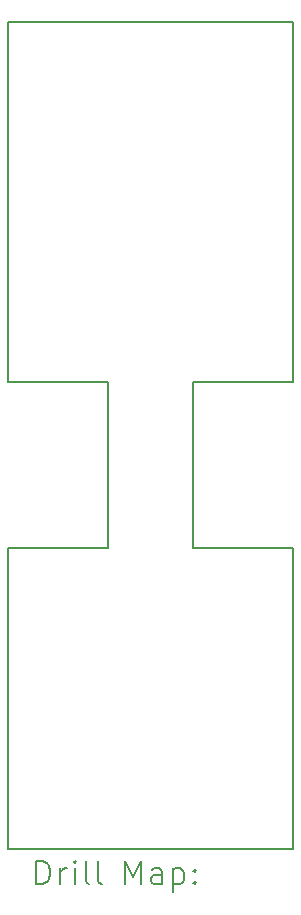
<source format=gbr>
%TF.GenerationSoftware,KiCad,Pcbnew,(7.0.0)*%
%TF.CreationDate,2023-07-04T16:48:48+02:00*%
%TF.ProjectId,attiny85_remote,61747469-6e79-4383-955f-72656d6f7465,rev?*%
%TF.SameCoordinates,Original*%
%TF.FileFunction,Drillmap*%
%TF.FilePolarity,Positive*%
%FSLAX45Y45*%
G04 Gerber Fmt 4.5, Leading zero omitted, Abs format (unit mm)*
G04 Created by KiCad (PCBNEW (7.0.0)) date 2023-07-04 16:48:48*
%MOMM*%
%LPD*%
G01*
G04 APERTURE LIST*
%ADD10C,0.150000*%
%ADD11C,0.200000*%
G04 APERTURE END LIST*
D10*
X17902500Y-8895000D02*
X18750000Y-8895000D01*
X17902500Y-11442500D02*
X17902500Y-8895000D01*
X20317500Y-8895000D02*
X20317500Y-11442500D01*
X20317500Y-4642500D02*
X20317500Y-4445000D01*
X17902500Y-4445000D02*
X17902500Y-4642500D01*
X20317500Y-7495000D02*
X20317500Y-4642500D01*
X18750000Y-7495000D02*
X17902500Y-7495000D01*
X19465000Y-7495000D02*
X20317500Y-7495000D01*
X19465000Y-8895000D02*
X19465000Y-7495000D01*
X18750000Y-8895000D02*
X18750000Y-7495000D01*
X20317500Y-4445000D02*
X17902500Y-4445000D01*
X20317500Y-11442500D02*
X17902500Y-11442500D01*
X17902500Y-7495000D02*
X17902500Y-4642500D01*
X19465000Y-8895000D02*
X20317500Y-8895000D01*
D11*
X18142619Y-11743476D02*
X18142619Y-11543476D01*
X18142619Y-11543476D02*
X18190238Y-11543476D01*
X18190238Y-11543476D02*
X18218810Y-11553000D01*
X18218810Y-11553000D02*
X18237857Y-11572048D01*
X18237857Y-11572048D02*
X18247381Y-11591095D01*
X18247381Y-11591095D02*
X18256905Y-11629190D01*
X18256905Y-11629190D02*
X18256905Y-11657762D01*
X18256905Y-11657762D02*
X18247381Y-11695857D01*
X18247381Y-11695857D02*
X18237857Y-11714905D01*
X18237857Y-11714905D02*
X18218810Y-11733952D01*
X18218810Y-11733952D02*
X18190238Y-11743476D01*
X18190238Y-11743476D02*
X18142619Y-11743476D01*
X18342619Y-11743476D02*
X18342619Y-11610143D01*
X18342619Y-11648238D02*
X18352143Y-11629190D01*
X18352143Y-11629190D02*
X18361667Y-11619667D01*
X18361667Y-11619667D02*
X18380714Y-11610143D01*
X18380714Y-11610143D02*
X18399762Y-11610143D01*
X18466429Y-11743476D02*
X18466429Y-11610143D01*
X18466429Y-11543476D02*
X18456905Y-11553000D01*
X18456905Y-11553000D02*
X18466429Y-11562524D01*
X18466429Y-11562524D02*
X18475952Y-11553000D01*
X18475952Y-11553000D02*
X18466429Y-11543476D01*
X18466429Y-11543476D02*
X18466429Y-11562524D01*
X18590238Y-11743476D02*
X18571190Y-11733952D01*
X18571190Y-11733952D02*
X18561667Y-11714905D01*
X18561667Y-11714905D02*
X18561667Y-11543476D01*
X18695000Y-11743476D02*
X18675952Y-11733952D01*
X18675952Y-11733952D02*
X18666429Y-11714905D01*
X18666429Y-11714905D02*
X18666429Y-11543476D01*
X18891190Y-11743476D02*
X18891190Y-11543476D01*
X18891190Y-11543476D02*
X18957857Y-11686333D01*
X18957857Y-11686333D02*
X19024524Y-11543476D01*
X19024524Y-11543476D02*
X19024524Y-11743476D01*
X19205476Y-11743476D02*
X19205476Y-11638714D01*
X19205476Y-11638714D02*
X19195952Y-11619667D01*
X19195952Y-11619667D02*
X19176905Y-11610143D01*
X19176905Y-11610143D02*
X19138809Y-11610143D01*
X19138809Y-11610143D02*
X19119762Y-11619667D01*
X19205476Y-11733952D02*
X19186429Y-11743476D01*
X19186429Y-11743476D02*
X19138809Y-11743476D01*
X19138809Y-11743476D02*
X19119762Y-11733952D01*
X19119762Y-11733952D02*
X19110238Y-11714905D01*
X19110238Y-11714905D02*
X19110238Y-11695857D01*
X19110238Y-11695857D02*
X19119762Y-11676809D01*
X19119762Y-11676809D02*
X19138809Y-11667286D01*
X19138809Y-11667286D02*
X19186429Y-11667286D01*
X19186429Y-11667286D02*
X19205476Y-11657762D01*
X19300714Y-11610143D02*
X19300714Y-11810143D01*
X19300714Y-11619667D02*
X19319762Y-11610143D01*
X19319762Y-11610143D02*
X19357857Y-11610143D01*
X19357857Y-11610143D02*
X19376905Y-11619667D01*
X19376905Y-11619667D02*
X19386429Y-11629190D01*
X19386429Y-11629190D02*
X19395952Y-11648238D01*
X19395952Y-11648238D02*
X19395952Y-11705381D01*
X19395952Y-11705381D02*
X19386429Y-11724428D01*
X19386429Y-11724428D02*
X19376905Y-11733952D01*
X19376905Y-11733952D02*
X19357857Y-11743476D01*
X19357857Y-11743476D02*
X19319762Y-11743476D01*
X19319762Y-11743476D02*
X19300714Y-11733952D01*
X19481667Y-11724428D02*
X19491190Y-11733952D01*
X19491190Y-11733952D02*
X19481667Y-11743476D01*
X19481667Y-11743476D02*
X19472143Y-11733952D01*
X19472143Y-11733952D02*
X19481667Y-11724428D01*
X19481667Y-11724428D02*
X19481667Y-11743476D01*
X19481667Y-11619667D02*
X19491190Y-11629190D01*
X19491190Y-11629190D02*
X19481667Y-11638714D01*
X19481667Y-11638714D02*
X19472143Y-11629190D01*
X19472143Y-11629190D02*
X19481667Y-11619667D01*
X19481667Y-11619667D02*
X19481667Y-11638714D01*
M02*

</source>
